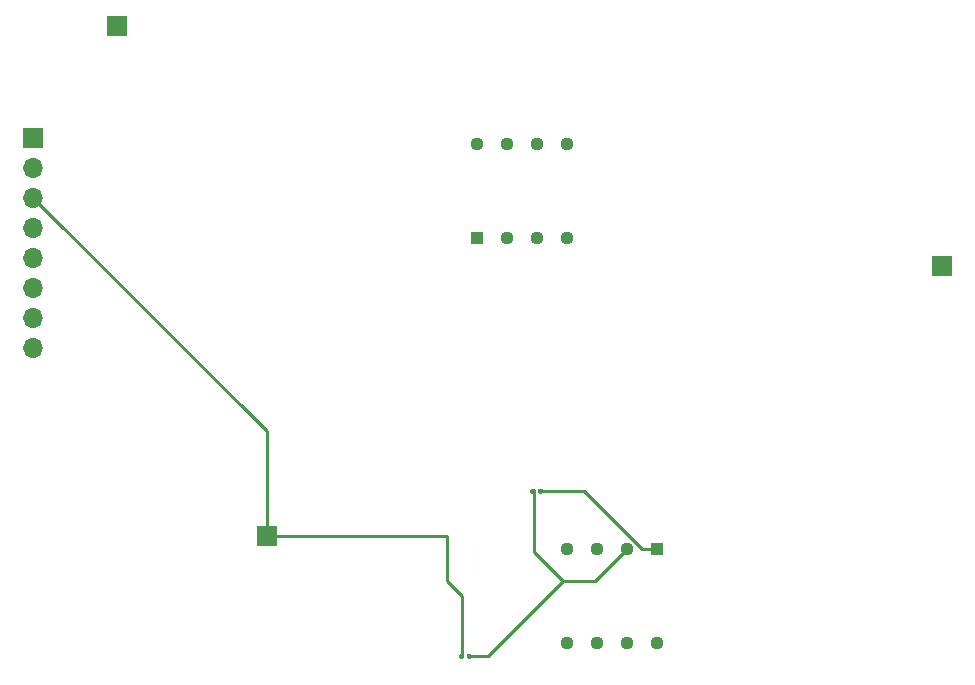
<source format=gbr>
%TF.GenerationSoftware,KiCad,Pcbnew,(5.1.10)-1*%
%TF.CreationDate,2021-11-07T17:10:54-05:00*%
%TF.ProjectId,kicad,6b696361-642e-46b6-9963-61645f706362,rev?*%
%TF.SameCoordinates,Original*%
%TF.FileFunction,Copper,L32,Bot*%
%TF.FilePolarity,Positive*%
%FSLAX46Y46*%
G04 Gerber Fmt 4.6, Leading zero omitted, Abs format (unit mm)*
G04 Created by KiCad (PCBNEW (5.1.10)-1) date 2021-11-07 17:10:54*
%MOMM*%
%LPD*%
G01*
G04 APERTURE LIST*
%TA.AperFunction,ComponentPad*%
%ADD10R,1.130000X1.130000*%
%TD*%
%TA.AperFunction,ComponentPad*%
%ADD11C,1.130000*%
%TD*%
%TA.AperFunction,ComponentPad*%
%ADD12R,1.700000X1.700000*%
%TD*%
%TA.AperFunction,ComponentPad*%
%ADD13O,1.700000X1.700000*%
%TD*%
%TA.AperFunction,Conductor*%
%ADD14C,0.250000*%
%TD*%
G04 APERTURE END LIST*
D10*
%TO.P,U3,1*%
%TO.N,Net-(R8-Pad1)*%
X201930000Y-138270000D03*
D11*
%TO.P,U3,2*%
%TO.N,Net-(1k2-Pad1)*%
X199390000Y-138270000D03*
%TO.P,U3,3*%
%TO.N,Net-(C2-Pad1)*%
X196850000Y-138270000D03*
%TO.P,U3,4*%
%TO.N,N/C*%
X194310000Y-138270000D03*
%TO.P,U3,5*%
X194310000Y-146210000D03*
%TO.P,U3,6*%
X196850000Y-146210000D03*
%TO.P,U3,7*%
X199390000Y-146210000D03*
%TO.P,U3,8*%
X201930000Y-146210000D03*
%TD*%
D12*
%TO.P,gnd1,1*%
%TO.N,Net-(1k2-Pad2)*%
X168910000Y-137160000D03*
%TD*%
%TO.P,1k2,1*%
%TO.N,Net-(1k2-Pad1)*%
%TA.AperFunction,SMDPad,CuDef*%
G36*
G01*
X186290000Y-147220000D02*
X186290000Y-147420000D01*
G75*
G02*
X186190000Y-147520000I-100000J0D01*
G01*
X185930000Y-147520000D01*
G75*
G02*
X185830000Y-147420000I0J100000D01*
G01*
X185830000Y-147220000D01*
G75*
G02*
X185930000Y-147120000I100000J0D01*
G01*
X186190000Y-147120000D01*
G75*
G02*
X186290000Y-147220000I0J-100000D01*
G01*
G37*
%TD.AperFunction*%
%TO.P,1k2,2*%
%TO.N,Net-(1k2-Pad2)*%
%TA.AperFunction,SMDPad,CuDef*%
G36*
G01*
X185650000Y-147220000D02*
X185650000Y-147420000D01*
G75*
G02*
X185550000Y-147520000I-100000J0D01*
G01*
X185290000Y-147520000D01*
G75*
G02*
X185190000Y-147420000I0J100000D01*
G01*
X185190000Y-147220000D01*
G75*
G02*
X185290000Y-147120000I100000J0D01*
G01*
X185550000Y-147120000D01*
G75*
G02*
X185650000Y-147220000I0J-100000D01*
G01*
G37*
%TD.AperFunction*%
%TD*%
%TO.P,Vin2,1*%
%TO.N,Net-(D1-Pad1)*%
X226060000Y-114300000D03*
%TD*%
%TO.P,Vin1,1*%
%TO.N,Net-(R1-Pad1)*%
X156210000Y-93980000D03*
%TD*%
D11*
%TO.P,U2,8*%
%TO.N,N/C*%
X186690000Y-103980000D03*
%TO.P,U2,7*%
X189230000Y-103980000D03*
%TO.P,U2,6*%
X191770000Y-103980000D03*
%TO.P,U2,5*%
X194310000Y-103980000D03*
%TO.P,U2,4*%
X194310000Y-111920000D03*
%TO.P,U2,3*%
%TO.N,Net-(C1-Pad1)*%
X191770000Y-111920000D03*
%TO.P,U2,2*%
%TO.N,Net-(R5-Pad2)*%
X189230000Y-111920000D03*
D10*
%TO.P,U2,1*%
%TO.N,Net-(R5-Pad1)*%
X186690000Y-111920000D03*
%TD*%
D12*
%TO.P,U1,1*%
%TO.N,Net-(R1-Pad2)*%
X149145001Y-103425001D03*
D13*
%TO.P,U1,2*%
%TO.N,Net-(1k2-Pad2)*%
X149145001Y-105965001D03*
%TO.P,U1,3*%
X149145001Y-108505001D03*
%TO.P,U1,4*%
%TO.N,Net-(C1-Pad2)*%
X149145001Y-111045001D03*
%TO.P,U1,5*%
%TO.N,N/C*%
X149145001Y-113585001D03*
%TO.P,U1,6*%
X149145001Y-116125001D03*
%TO.P,U1,7*%
X149145001Y-118665001D03*
%TO.P,U1,8*%
X149145001Y-121205001D03*
%TD*%
%TO.P,R8,1*%
%TO.N,Net-(R8-Pad1)*%
%TA.AperFunction,SMDPad,CuDef*%
G36*
G01*
X192320000Y-133250000D02*
X192320000Y-133450000D01*
G75*
G02*
X192220000Y-133550000I-100000J0D01*
G01*
X191960000Y-133550000D01*
G75*
G02*
X191860000Y-133450000I0J100000D01*
G01*
X191860000Y-133250000D01*
G75*
G02*
X191960000Y-133150000I100000J0D01*
G01*
X192220000Y-133150000D01*
G75*
G02*
X192320000Y-133250000I0J-100000D01*
G01*
G37*
%TD.AperFunction*%
%TO.P,R8,2*%
%TO.N,Net-(1k2-Pad1)*%
%TA.AperFunction,SMDPad,CuDef*%
G36*
G01*
X191680000Y-133250000D02*
X191680000Y-133450000D01*
G75*
G02*
X191580000Y-133550000I-100000J0D01*
G01*
X191320000Y-133550000D01*
G75*
G02*
X191220000Y-133450000I0J100000D01*
G01*
X191220000Y-133250000D01*
G75*
G02*
X191320000Y-133150000I100000J0D01*
G01*
X191580000Y-133150000D01*
G75*
G02*
X191680000Y-133250000I0J-100000D01*
G01*
G37*
%TD.AperFunction*%
%TD*%
D14*
%TO.N,Net-(1k2-Pad1)*%
X196690000Y-140970000D02*
X199390000Y-138270000D01*
X193990000Y-140970000D02*
X196690000Y-140970000D01*
X193990000Y-140970000D02*
X191534990Y-138514990D01*
X191534990Y-133434990D02*
X191450000Y-133350000D01*
X191534990Y-138514990D02*
X191534990Y-133434990D01*
X186060000Y-147320000D02*
X187640000Y-147320000D01*
X187640000Y-147320000D02*
X193990000Y-140970000D01*
%TO.N,Net-(R8-Pad1)*%
X200707202Y-138270000D02*
X201930000Y-138270000D01*
X195787202Y-133350000D02*
X200707202Y-138270000D01*
X192090000Y-133350000D02*
X195787202Y-133350000D01*
%TO.N,Net-(1k2-Pad2)*%
X168910000Y-128270000D02*
X149145001Y-108505001D01*
X168910000Y-137160000D02*
X168910000Y-128270000D01*
X168910000Y-137160000D02*
X184150000Y-137160000D01*
X184150000Y-137160000D02*
X184150000Y-140970000D01*
X185420000Y-142240000D02*
X184150000Y-140970000D01*
X185420000Y-147320000D02*
X185420000Y-142240000D01*
%TD*%
M02*

</source>
